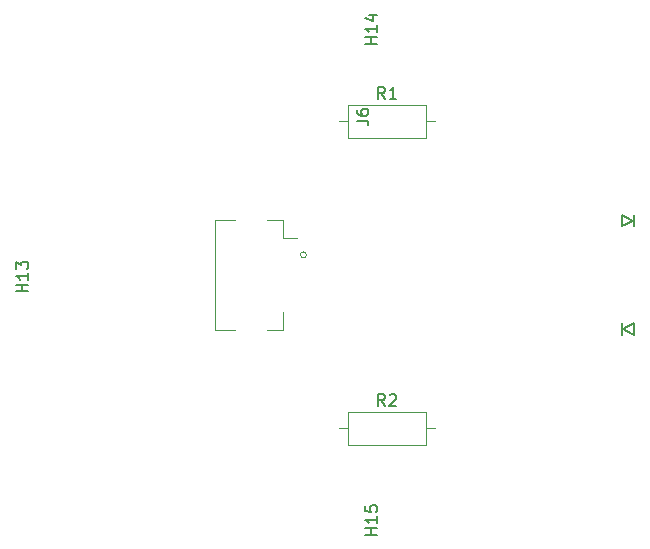
<source format=gbr>
%TF.GenerationSoftware,KiCad,Pcbnew,(6.0.6)*%
%TF.CreationDate,2022-07-28T22:42:36-07:00*%
%TF.ProjectId,right_thumb_routed,72696768-745f-4746-9875-6d625f726f75,v1.0.0*%
%TF.SameCoordinates,Original*%
%TF.FileFunction,Legend,Top*%
%TF.FilePolarity,Positive*%
%FSLAX46Y46*%
G04 Gerber Fmt 4.6, Leading zero omitted, Abs format (unit mm)*
G04 Created by KiCad (PCBNEW (6.0.6)) date 2022-07-28 22:42:36*
%MOMM*%
%LPD*%
G01*
G04 APERTURE LIST*
%ADD10C,0.150000*%
%ADD11C,0.120000*%
G04 APERTURE END LIST*
D10*
%TO.C,R1*%
X69413333Y-37182380D02*
X69080000Y-36706190D01*
X68841904Y-37182380D02*
X68841904Y-36182380D01*
X69222857Y-36182380D01*
X69318095Y-36230000D01*
X69365714Y-36277619D01*
X69413333Y-36372857D01*
X69413333Y-36515714D01*
X69365714Y-36610952D01*
X69318095Y-36658571D01*
X69222857Y-36706190D01*
X68841904Y-36706190D01*
X70365714Y-37182380D02*
X69794285Y-37182380D01*
X70080000Y-37182380D02*
X70080000Y-36182380D01*
X69984761Y-36325238D01*
X69889523Y-36420476D01*
X69794285Y-36468095D01*
%TO.C,H15*%
X68752380Y-74122705D02*
X67752380Y-74122705D01*
X68228571Y-74122705D02*
X68228571Y-73551276D01*
X68752380Y-73551276D02*
X67752380Y-73551276D01*
X68752380Y-72551276D02*
X68752380Y-73122705D01*
X68752380Y-72836990D02*
X67752380Y-72836990D01*
X67895238Y-72932229D01*
X67990476Y-73027467D01*
X68038095Y-73122705D01*
X67752380Y-71646514D02*
X67752380Y-72122705D01*
X68228571Y-72170324D01*
X68180952Y-72122705D01*
X68133333Y-72027467D01*
X68133333Y-71789371D01*
X68180952Y-71694133D01*
X68228571Y-71646514D01*
X68323809Y-71598895D01*
X68561904Y-71598895D01*
X68657142Y-71646514D01*
X68704761Y-71694133D01*
X68752380Y-71789371D01*
X68752380Y-72027467D01*
X68704761Y-72122705D01*
X68657142Y-72170324D01*
%TO.C,H14*%
X68752380Y-32553485D02*
X67752380Y-32553485D01*
X68228571Y-32553485D02*
X68228571Y-31982056D01*
X68752380Y-31982056D02*
X67752380Y-31982056D01*
X68752380Y-30982056D02*
X68752380Y-31553485D01*
X68752380Y-31267770D02*
X67752380Y-31267770D01*
X67895238Y-31363009D01*
X67990476Y-31458247D01*
X68038095Y-31553485D01*
X68085714Y-30124913D02*
X68752380Y-30124913D01*
X67704761Y-30363009D02*
X68419047Y-30601104D01*
X68419047Y-29982056D01*
%TO.C,J6*%
X67007380Y-39038333D02*
X67721666Y-39038333D01*
X67864523Y-39085952D01*
X67959761Y-39181190D01*
X68007380Y-39324047D01*
X68007380Y-39419285D01*
X67007380Y-38133571D02*
X67007380Y-38324047D01*
X67055000Y-38419285D01*
X67102619Y-38466904D01*
X67245476Y-38562142D01*
X67435952Y-38609761D01*
X67816904Y-38609761D01*
X67912142Y-38562142D01*
X67959761Y-38514523D01*
X68007380Y-38419285D01*
X68007380Y-38228809D01*
X67959761Y-38133571D01*
X67912142Y-38085952D01*
X67816904Y-38038333D01*
X67578809Y-38038333D01*
X67483571Y-38085952D01*
X67435952Y-38133571D01*
X67388333Y-38228809D01*
X67388333Y-38419285D01*
X67435952Y-38514523D01*
X67483571Y-38562142D01*
X67578809Y-38609761D01*
%TO.C,R2*%
X69413333Y-63182380D02*
X69080000Y-62706190D01*
X68841904Y-63182380D02*
X68841904Y-62182380D01*
X69222857Y-62182380D01*
X69318095Y-62230000D01*
X69365714Y-62277619D01*
X69413333Y-62372857D01*
X69413333Y-62515714D01*
X69365714Y-62610952D01*
X69318095Y-62658571D01*
X69222857Y-62706190D01*
X68841904Y-62706190D01*
X69794285Y-62277619D02*
X69841904Y-62230000D01*
X69937142Y-62182380D01*
X70175238Y-62182380D01*
X70270476Y-62230000D01*
X70318095Y-62277619D01*
X70365714Y-62372857D01*
X70365714Y-62468095D01*
X70318095Y-62610952D01*
X69746666Y-63182380D01*
X70365714Y-63182380D01*
%TO.C,H13*%
X39202380Y-53488095D02*
X38202380Y-53488095D01*
X38678571Y-53488095D02*
X38678571Y-52916666D01*
X39202380Y-52916666D02*
X38202380Y-52916666D01*
X39202380Y-51916666D02*
X39202380Y-52488095D01*
X39202380Y-52202380D02*
X38202380Y-52202380D01*
X38345238Y-52297619D01*
X38440476Y-52392857D01*
X38488095Y-52488095D01*
X38202380Y-51583333D02*
X38202380Y-50964285D01*
X38583333Y-51297619D01*
X38583333Y-51154761D01*
X38630952Y-51059523D01*
X38678571Y-51011904D01*
X38773809Y-50964285D01*
X39011904Y-50964285D01*
X39107142Y-51011904D01*
X39154761Y-51059523D01*
X39202380Y-51154761D01*
X39202380Y-51440476D01*
X39154761Y-51535714D01*
X39107142Y-51583333D01*
D11*
%TO.C,R1*%
X66310000Y-40470000D02*
X72850000Y-40470000D01*
X72850000Y-40470000D02*
X72850000Y-37730000D01*
X73620000Y-39100000D02*
X72850000Y-39100000D01*
X65540000Y-39100000D02*
X66310000Y-39100000D01*
X72850000Y-37730000D02*
X66310000Y-37730000D01*
X66310000Y-37730000D02*
X66310000Y-40470000D01*
%TO.C,J5*%
X60800000Y-55260000D02*
X60800000Y-56750000D01*
X55000000Y-47450000D02*
X55000000Y-56750000D01*
X60800000Y-48940000D02*
X60800000Y-47450000D01*
X60800000Y-47450000D02*
X59460000Y-47450000D01*
X60800000Y-56750000D02*
X59460000Y-56750000D01*
X56740000Y-47450000D02*
X55000000Y-47450000D01*
X55000000Y-56750000D02*
X56740000Y-56750000D01*
X60800000Y-48940000D02*
X62000000Y-48940000D01*
%TO.C,J6*%
X62750000Y-50400000D02*
G75*
G03*
X62750000Y-50400000I-250000J0D01*
G01*
D10*
%TO.C,D17*%
X90500000Y-48000000D02*
X90500000Y-47000000D01*
X90400000Y-47500000D02*
X89500000Y-48000000D01*
X89500000Y-47000000D02*
X90400000Y-47500000D01*
X89500000Y-48000000D02*
X89500000Y-47000000D01*
D11*
%TO.C,R2*%
X72850000Y-63730000D02*
X66310000Y-63730000D01*
X66310000Y-66470000D02*
X72850000Y-66470000D01*
X72850000Y-66470000D02*
X72850000Y-63730000D01*
X66310000Y-63730000D02*
X66310000Y-66470000D01*
X65540000Y-65100000D02*
X66310000Y-65100000D01*
X73620000Y-65100000D02*
X72850000Y-65100000D01*
D10*
%TO.C,D16*%
X90500000Y-57200000D02*
X89600000Y-56700000D01*
X89600000Y-56700000D02*
X90500000Y-56200000D01*
X89500000Y-56200000D02*
X89500000Y-57200000D01*
X90500000Y-56200000D02*
X90500000Y-57200000D01*
%TD*%
M02*

</source>
